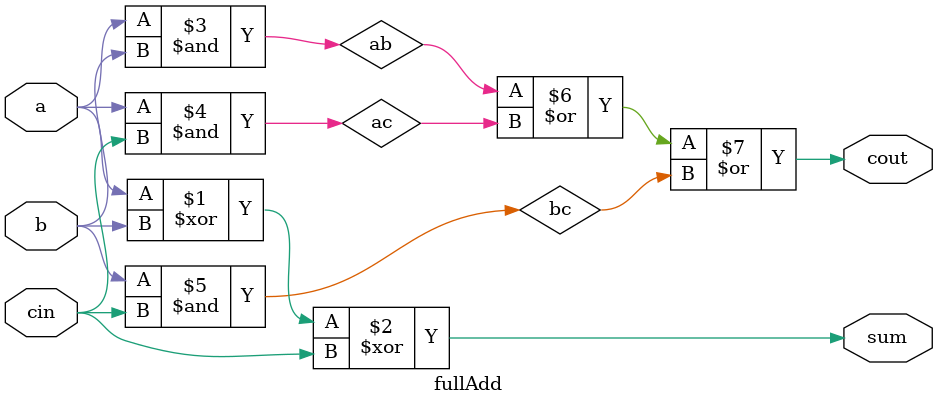
<source format=sv>
module fullAdd(input logic a,b,cin, output logic sum, cout); // 1.7. A task

xor(sum,a,b,cin);
and(ab,a,b),(ac,a,cin),(bc,b,cin);
or(cout,ab,ac,bc);

endmodule
</source>
